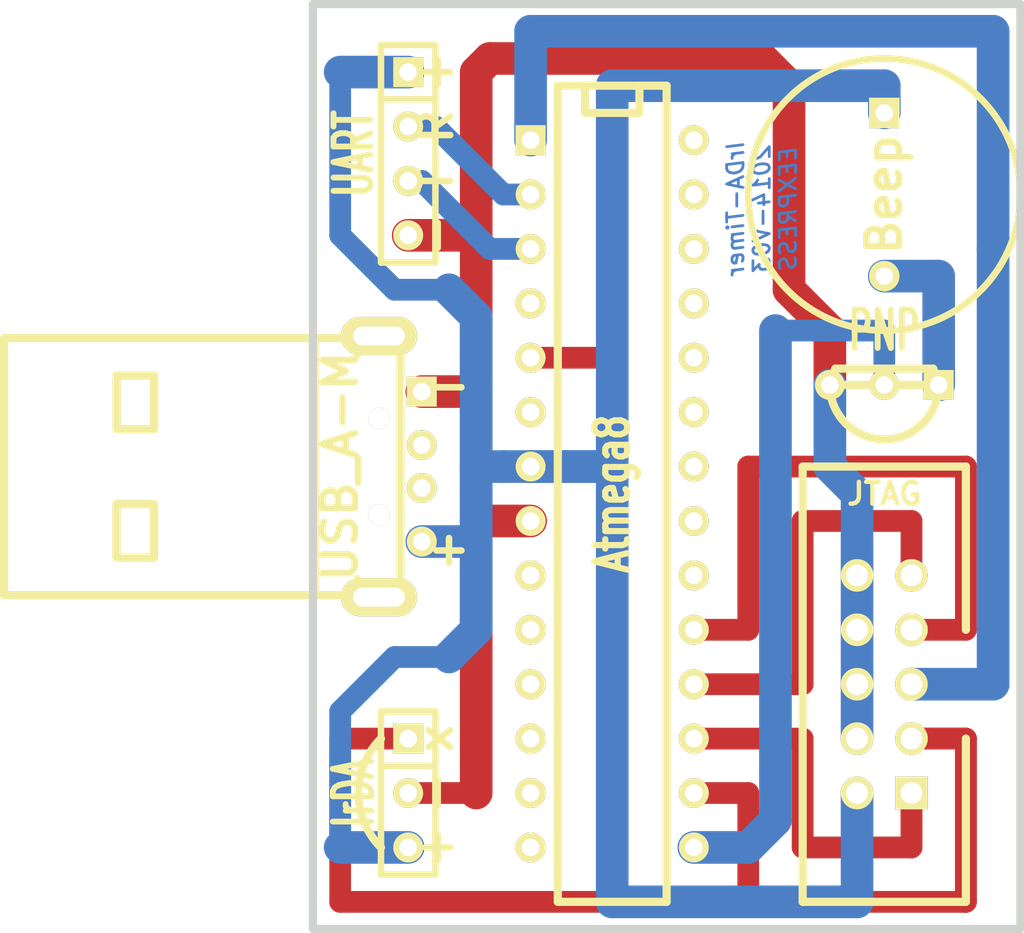
<source format=kicad_pcb>
(kicad_pcb (version 3) (host pcbnew "(2013-jul-07)-stable")

  (general
    (links 3)
    (no_connects 3)
    (area 54.985919 83.629499 103.282751 127.190501)
    (thickness 1.6002)
    (drawings 5)
    (tracks 94)
    (zones 0)
    (modules 7)
    (nets 7)
  )

  (page A4)
  (layers
    (15 Front signal)
    (0 Back signal)
    (20 B.SilkS user hide)
    (21 F.SilkS user)
    (22 B.Mask user)
    (23 F.Mask user)
    (28 Edge.Cuts user)
  )

  (setup
    (last_trace_width 0.2032)
    (user_trace_width 0.254)
    (user_trace_width 0.508)
    (user_trace_width 1.016)
    (user_trace_width 1.524)
    (user_trace_width 2.032)
    (trace_clearance 0.254)
    (zone_clearance 0.508)
    (zone_45_only no)
    (trace_min 0.2032)
    (segment_width 0.381)
    (edge_width 0.381)
    (via_size 0.889)
    (via_drill 0.635)
    (via_min_size 0.889)
    (via_min_drill 0.508)
    (uvia_size 0.508)
    (uvia_drill 0.127)
    (uvias_allowed no)
    (uvia_min_size 0.508)
    (uvia_min_drill 0.127)
    (pcb_text_width 0.3048)
    (pcb_text_size 1.524 2.032)
    (mod_edge_width 0.381)
    (mod_text_size 1.524 1.524)
    (mod_text_width 0.3048)
    (pad_size 1.397 1.397)
    (pad_drill 0.8128)
    (pad_to_mask_clearance 0.254)
    (aux_axis_origin 80.01 105.41)
    (visible_elements FFFEFF3F)
    (pcbplotparams
      (layerselection 284196865)
      (usegerberextensions true)
      (excludeedgelayer true)
      (linewidth 0.150000)
      (plotframeref false)
      (viasonmask false)
      (mode 1)
      (useauxorigin false)
      (hpglpennumber 1)
      (hpglpenspeed 20)
      (hpglpendiameter 15)
      (hpglpenoverlay 0)
      (psnegative false)
      (psa4output false)
      (plotreference true)
      (plotvalue true)
      (plotothertext true)
      (plotinvisibletext false)
      (padsonsilk false)
      (subtractmaskfromsilk false)
      (outputformat 1)
      (mirror false)
      (drillshape 0)
      (scaleselection 1)
      (outputdirectory gerber/))
  )

  (net 0 "")
  (net 1 /miso)
  (net 2 /mosi)
  (net 3 /sclk)
  (net 4 GND)
  (net 5 N-000020)
  (net 6 VCC)

  (net_class Default "This is the default net class."
    (clearance 0.254)
    (trace_width 0.2032)
    (via_dia 0.889)
    (via_drill 0.635)
    (uvia_dia 0.508)
    (uvia_drill 0.127)
    (add_net "")
    (add_net /miso)
    (add_net /mosi)
    (add_net /sclk)
    (add_net GND)
    (add_net N-000020)
    (add_net VCC)
  )

  (module Beep (layer Front) (tedit 53631CA1) (tstamp 51431502)
    (at 96.52 92.71 270)
    (path BUZ3-5)
    (fp_text reference Beep (at 0 0 270) (layer F.SilkS)
      (effects (font (size 1.524 1.524) (thickness 0.3048)))
    )
    (fp_text value "" (at 0 3.302 270) (layer F.SilkS)
      (effects (font (size 1.524 1.524) (thickness 0.3048)))
    )
    (fp_circle (center 0 0) (end -6.35 0) (layer F.SilkS) (width 0.3175))
    (pad 1 thru_hole rect (at -3.81 0 270) (size 1.4224 1.4224) (drill 0.8128)
      (layers *.Cu *.Mask F.SilkS)
    )
    (pad 2 thru_hole circle (at 3.81 0 270) (size 1.4224 1.4224) (drill 0.8128)
      (layers *.Cu *.Mask F.SilkS)
    )
    (model modules/packages3d/misc_comp/inductor_25mm.wrl
      (at (xyz 0 0 0))
      (scale (xyz 0.5 0.5 0.5))
      (rotate (xyz 0 0 0))
    )
  )

  (module USB_A-M (layer Front) (tedit 53631C90) (tstamp 53630B82)
    (at 74.93 105.41 180)
    (path USB_A-M)
    (fp_text reference USB_A-M (at 3.81 0 270) (layer F.SilkS)
      (effects (font (size 1.524 1.524) (thickness 0.3048)))
    )
    (fp_text value "" (at 7.62 -2.54 180) (layer F.SilkS)
      (effects (font (size 1.524 1.524) (thickness 0.3048)))
    )
    (fp_text user + (at -1.27 -3.81 180) (layer F.SilkS)
      (effects (font (size 1.524 1.524) (thickness 0.3048)))
    )
    (fp_text user - (at -1.27 3.81 180) (layer F.SilkS)
      (effects (font (size 1.524 1.524) (thickness 0.3048)))
    )
    (fp_line (start 1.00076 5.99948) (end 19.49958 5.99948) (layer F.SilkS) (width 0.381))
    (fp_line (start 19.49958 -5.99948) (end 1.00076 -5.99948) (layer F.SilkS) (width 0.381))
    (fp_line (start 2.99974 5.99948) (end 2.99974 5.25018) (layer F.SilkS) (width 0.381))
    (fp_line (start 2.99974 -5.99948) (end 2.99974 -5.25018) (layer F.SilkS) (width 0.381))
    (fp_line (start 12.50188 -1.75006) (end 14.25194 -1.75006) (layer F.SilkS) (width 0.381))
    (fp_line (start 12.50188 -4.24942) (end 12.50188 -1.75006) (layer F.SilkS) (width 0.381))
    (fp_line (start 14.25194 -4.24942) (end 12.50188 -4.24942) (layer F.SilkS) (width 0.381))
    (fp_line (start 14.25194 -1.75006) (end 14.25194 -4.24942) (layer F.SilkS) (width 0.381))
    (fp_line (start 14.25194 -1.75006) (end 14.25194 -4.24942) (layer F.SilkS) (width 0.381))
    (fp_line (start 14.25194 -4.24942) (end 12.50188 -4.24942) (layer F.SilkS) (width 0.381))
    (fp_line (start 12.50188 -4.24942) (end 12.50188 -1.75006) (layer F.SilkS) (width 0.381))
    (fp_line (start 12.50188 -1.75006) (end 14.25194 -1.75006) (layer F.SilkS) (width 0.381))
    (fp_line (start 12.50188 -1.75006) (end 14.25194 -1.75006) (layer F.SilkS) (width 0.381))
    (fp_line (start 12.50188 -4.24942) (end 12.50188 -1.75006) (layer F.SilkS) (width 0.381))
    (fp_line (start 14.25194 -4.24942) (end 12.50188 -4.24942) (layer F.SilkS) (width 0.381))
    (fp_line (start 14.25194 -1.75006) (end 14.25194 -4.24942) (layer F.SilkS) (width 0.381))
    (fp_line (start 14.25194 -1.75006) (end 14.25194 -4.24942) (layer F.SilkS) (width 0.381))
    (fp_line (start 14.25194 -4.24942) (end 12.50188 -4.24942) (layer F.SilkS) (width 0.381))
    (fp_line (start 12.50188 -4.24942) (end 12.50188 -1.75006) (layer F.SilkS) (width 0.381))
    (fp_line (start 12.50188 -1.75006) (end 14.25194 -1.75006) (layer F.SilkS) (width 0.381))
    (fp_line (start 12.49934 4.24942) (end 14.2494 4.24942) (layer F.SilkS) (width 0.381))
    (fp_line (start 12.49934 1.75006) (end 12.49934 4.24942) (layer F.SilkS) (width 0.381))
    (fp_line (start 14.2494 1.75006) (end 12.49934 1.75006) (layer F.SilkS) (width 0.381))
    (fp_line (start 14.2494 4.24942) (end 14.2494 1.75006) (layer F.SilkS) (width 0.381))
    (fp_line (start 14.2494 4.24942) (end 14.2494 1.75006) (layer F.SilkS) (width 0.381))
    (fp_line (start 14.2494 1.75006) (end 12.49934 1.75006) (layer F.SilkS) (width 0.381))
    (fp_line (start 12.49934 1.75006) (end 12.49934 4.24942) (layer F.SilkS) (width 0.381))
    (fp_line (start 12.49934 4.24942) (end 14.2494 4.24942) (layer F.SilkS) (width 0.381))
    (fp_line (start 12.49934 4.24942) (end 14.2494 4.24942) (layer F.SilkS) (width 0.381))
    (fp_line (start 12.49934 1.75006) (end 12.49934 4.24942) (layer F.SilkS) (width 0.381))
    (fp_line (start 14.2494 1.75006) (end 12.49934 1.75006) (layer F.SilkS) (width 0.381))
    (fp_line (start 14.2494 4.24942) (end 14.2494 1.75006) (layer F.SilkS) (width 0.381))
    (fp_line (start 14.2494 4.24942) (end 14.2494 1.75006) (layer F.SilkS) (width 0.381))
    (fp_line (start 14.2494 1.75006) (end 12.49934 1.75006) (layer F.SilkS) (width 0.381))
    (fp_line (start 12.49934 1.75006) (end 12.49934 4.24942) (layer F.SilkS) (width 0.381))
    (fp_line (start 12.49934 4.24942) (end 14.2494 4.24942) (layer F.SilkS) (width 0.381))
    (fp_line (start 4.99872 -5.99948) (end 4.99872 5.99948) (layer F.SilkS) (width 0.381))
    (fp_line (start 0.99822 5.99948) (end 0.99822 -5.99948) (layer F.SilkS) (width 0.381))
    (fp_line (start 19.49958 -5.99948) (end 19.49958 5.99948) (layer F.SilkS) (width 0.381))
    (pad 4 thru_hole circle (at 0 -3.50012 180) (size 1.397 1.397) (drill 0.8128)
      (layers *.Cu *.Mask F.SilkS)
    )
    (pad 3 thru_hole circle (at 0 -1.00076 180) (size 1.397 1.397) (drill 0.8128)
      (layers *.Cu *.Mask F.SilkS)
    )
    (pad 2 thru_hole circle (at 0 1.00076 180) (size 1.397 1.397) (drill 0.8128)
      (layers *.Cu *.Mask F.SilkS)
    )
    (pad 1 thru_hole rect (at 0 3.50012 180) (size 1.397 1.397) (drill 0.8128)
      (layers *.Cu *.Mask F.SilkS)
    )
    (pad 0 thru_hole oval (at 1.99898 -6.096 180) (size 3.556 1.778) (drill oval 2.413 0.889)
      (layers *.Cu *.Mask F.SilkS)
    )
    (pad 0 thru_hole oval (at 1.99898 6.096 180) (size 3.556 1.778) (drill oval 2.413 0.889)
      (layers *.Cu *.Mask F.SilkS)
    )
    (pad 0 thru_hole circle (at 1.99898 -2.25044 180) (size 1.00076 1.00076) (drill 1.00076)
      (layers *.Cu *.Mask F.SilkS)
    )
    (pad 0 thru_hole circle (at 1.99898 2.25044 180) (size 1.00076 1.00076) (drill 1.00076)
      (layers *.Cu *.Mask F.SilkS)
    )
    (model connectors/usb_a_through_hole.wrl
      (at (xyz 0 0 0))
      (scale (xyz 1 1 1))
      (rotate (xyz 0 0 0))
    )
  )

  (module IrDA (layer Front) (tedit 53630FDB) (tstamp 51431332)
    (at 74.295 120.65 270)
    (descr "Connecteur 3 pins")
    (tags "CONN DEV")
    (path SIL-3)
    (fp_text reference IrDA (at 0 2.54 270) (layer F.SilkS)
      (effects (font (size 1.7907 1.07696) (thickness 0.26924)))
    )
    (fp_text value "" (at 0 -2.54 270) (layer F.SilkS) hide
      (effects (font (size 1.524 1.016) (thickness 0.254)))
    )
    (fp_text user x (at -2.54 -1.27 270) (layer F.SilkS)
      (effects (font (size 1.524 1.524) (thickness 0.3048)))
    )
    (fp_text user - (at 0 -1.27 270) (layer F.SilkS)
      (effects (font (size 1.524 1.524) (thickness 0.3048)))
    )
    (fp_text user + (at 2.54 -1.27 270) (layer F.SilkS)
      (effects (font (size 1.524 1.524) (thickness 0.3048)))
    )
    (fp_arc (start 0 -1.27) (end 2.54 1.27) (angle 90) (layer F.SilkS) (width 0.381))
    (fp_line (start -3.81 1.27) (end -3.81 -1.27) (layer F.SilkS) (width 0.3048))
    (fp_line (start -3.81 -1.27) (end 3.81 -1.27) (layer F.SilkS) (width 0.3048))
    (fp_line (start 3.81 -1.27) (end 3.81 1.27) (layer F.SilkS) (width 0.3048))
    (fp_line (start 3.81 1.27) (end -3.81 1.27) (layer F.SilkS) (width 0.3048))
    (fp_line (start -1.27 -1.27) (end -1.27 1.27) (layer F.SilkS) (width 0.3048))
    (pad 1 thru_hole rect (at -2.54 0 270) (size 1.397 1.397) (drill 0.8128)
      (layers *.Cu *.Mask F.SilkS)
    )
    (pad 2 thru_hole circle (at 0 0 270) (size 1.397 1.397) (drill 0.8128)
      (layers *.Cu *.Mask F.SilkS)
    )
    (pad 3 thru_hole circle (at 2.54 0 270) (size 1.397 1.397) (drill 0.8128)
      (layers *.Cu *.Mask F.SilkS)
    )
    (model my3d/三极管.wrl
      (at (xyz 0 0 0))
      (scale (xyz 1 1 1))
      (rotate (xyz 0 0 0))
    )
  )

  (module SIL-4 (layer Front) (tedit 53630F61) (tstamp 536309CA)
    (at 74.295 90.805 270)
    (descr "Connecteur 4 pibs")
    (tags "CONN DEV")
    (path SIL-4)
    (fp_text reference UART (at 0 2.54 270) (layer F.SilkS)
      (effects (font (size 1.73482 1.08712) (thickness 0.27178)))
    )
    (fp_text value "" (at 0 -2.54 270) (layer F.SilkS) hide
      (effects (font (size 1.524 1.016) (thickness 0.254)))
    )
    (fp_text user T (at 1.27 -1.27 270) (layer F.SilkS)
      (effects (font (size 1.524 1.524) (thickness 0.3048)))
    )
    (fp_text user R (at -1.27 -1.27 270) (layer F.SilkS)
      (effects (font (size 1.524 1.524) (thickness 0.3048)))
    )
    (fp_text user - (at 3.81 -1.27 270) (layer F.SilkS)
      (effects (font (size 1.524 1.524) (thickness 0.3048)))
    )
    (fp_text user + (at -3.81 -1.27 270) (layer F.SilkS)
      (effects (font (size 1.524 1.524) (thickness 0.3048)))
    )
    (fp_line (start -5.08 -1.27) (end -5.08 -1.27) (layer F.SilkS) (width 0.3048))
    (fp_line (start -5.08 1.27) (end -5.08 -1.27) (layer F.SilkS) (width 0.3048))
    (fp_line (start -5.08 -1.27) (end -5.08 -1.27) (layer F.SilkS) (width 0.3048))
    (fp_line (start -5.08 -1.27) (end 5.08 -1.27) (layer F.SilkS) (width 0.3048))
    (fp_line (start 5.08 -1.27) (end 5.08 1.27) (layer F.SilkS) (width 0.3048))
    (fp_line (start 5.08 1.27) (end -5.08 1.27) (layer F.SilkS) (width 0.3048))
    (fp_line (start -2.54 1.27) (end -2.54 -1.27) (layer F.SilkS) (width 0.3048))
    (pad 1 thru_hole rect (at -3.81 0 270) (size 1.397 1.397) (drill 0.8128)
      (layers *.Cu *.Mask F.SilkS)
    )
    (pad 2 thru_hole circle (at -1.27 0 270) (size 1.397 1.397) (drill 0.8128)
      (layers *.Cu *.Mask F.SilkS)
    )
    (pad 3 thru_hole circle (at 1.27 0 270) (size 1.397 1.397) (drill 0.8128)
      (layers *.Cu *.Mask F.SilkS)
    )
    (pad 4 thru_hole circle (at 3.81 0 270) (size 1.397 1.397) (drill 0.8128)
      (layers *.Cu *.Mask F.SilkS)
    )
    (model my3d/插针4.wrl
      (at (xyz 0 0 0))
      (scale (xyz 1 1 1))
      (rotate (xyz 0 0 0))
    )
  )

  (module PNP (layer Front) (tedit 515501B1) (tstamp 514314BC)
    (at 96.52 101.6 180)
    (descr "Connecteur 3 pins")
    (tags "CONN DEV")
    (path SIL-3)
    (fp_text reference PNP (at 0 2.54 180) (layer F.SilkS)
      (effects (font (size 1.7907 1.07696) (thickness 0.26924)))
    )
    (fp_text value "" (at 0 -2.54 180) (layer F.SilkS) hide
      (effects (font (size 1.524 1.016) (thickness 0.254)))
    )
    (fp_line (start -2.54 0) (end -2.286 0.762) (layer F.SilkS) (width 0.381))
    (fp_line (start -2.286 0.762) (end 2.032 0.762) (layer F.SilkS) (width 0.381))
    (fp_line (start 2.032 0.762) (end 2.286 0.762) (layer F.SilkS) (width 0.381))
    (fp_line (start 2.286 0.762) (end 2.54 0) (layer F.SilkS) (width 0.381))
    (fp_line (start -2.54 0) (end 2.54 0) (layer F.SilkS) (width 0.381))
    (fp_line (start -2.54 0) (end 0 0) (layer F.SilkS) (width 0.381))
    (fp_arc (start 0 0) (end -2.54 0) (angle 90) (layer F.SilkS) (width 0.381))
    (fp_arc (start 0 0) (end 0 -2.54) (angle 90) (layer F.SilkS) (width 0.381))
    (pad 1 thru_hole rect (at -2.54 0 180) (size 1.397 1.397) (drill 0.8128)
      (layers *.Cu *.Mask F.SilkS)
    )
    (pad 2 thru_hole circle (at 0 0 180) (size 1.397 1.397) (drill 0.8128)
      (layers *.Cu *.Mask F.SilkS)
    )
    (pad 3 thru_hole circle (at 2.54 0 180) (size 1.397 1.397) (drill 0.8128)
      (layers *.Cu *.Mask F.SilkS)
    )
    (model my3d/三极管.wrl
      (at (xyz 0 0 0))
      (scale (xyz 1 1 1))
      (rotate (xyz 0 0 0))
    )
  )

  (module DIP-28__300 (layer Front) (tedit 51468CA8) (tstamp 5363098A)
    (at 83.82 106.68 270)
    (descr "28 pins DIL package, round pads, width 300mil")
    (tags DIL)
    (path DIP-28__300)
    (fp_text reference Atmega8 (at 0 0 270) (layer F.SilkS)
      (effects (font (size 1.524 1.143) (thickness 0.28702)))
    )
    (fp_text value "" (at 0 0 270) (layer F.SilkS)
      (effects (font (size 1.524 1.143) (thickness 0.28702)))
    )
    (fp_line (start -19.05 -2.54) (end 19.05 -2.54) (layer F.SilkS) (width 0.381))
    (fp_line (start 19.05 -2.54) (end 19.05 2.54) (layer F.SilkS) (width 0.381))
    (fp_line (start 19.05 2.54) (end -19.05 2.54) (layer F.SilkS) (width 0.381))
    (fp_line (start -19.05 2.54) (end -19.05 -2.54) (layer F.SilkS) (width 0.381))
    (fp_line (start -19.05 -1.27) (end -17.78 -1.27) (layer F.SilkS) (width 0.381))
    (fp_line (start -17.78 -1.27) (end -17.78 1.27) (layer F.SilkS) (width 0.381))
    (fp_line (start -17.78 1.27) (end -19.05 1.27) (layer F.SilkS) (width 0.381))
    (pad 2 thru_hole circle (at -13.97 3.81 270) (size 1.397 1.397) (drill 0.8128)
      (layers *.Cu *.Mask F.SilkS)
    )
    (pad 3 thru_hole circle (at -11.43 3.81 270) (size 1.397 1.397) (drill 0.8128)
      (layers *.Cu *.Mask F.SilkS)
    )
    (pad 4 thru_hole circle (at -8.89 3.81 270) (size 1.397 1.397) (drill 0.8128)
      (layers *.Cu *.Mask F.SilkS)
    )
    (pad 5 thru_hole circle (at -6.35 3.81 270) (size 1.397 1.397) (drill 0.8128)
      (layers *.Cu *.Mask F.SilkS)
    )
    (pad 6 thru_hole circle (at -3.81 3.81 270) (size 1.397 1.397) (drill 0.8128)
      (layers *.Cu *.Mask F.SilkS)
    )
    (pad 7 thru_hole circle (at -1.27 3.81 270) (size 1.397 1.397) (drill 0.8128)
      (layers *.Cu *.Mask F.SilkS)
    )
    (pad 8 thru_hole circle (at 1.27 3.81 270) (size 1.397 1.397) (drill 0.8128)
      (layers *.Cu *.Mask F.SilkS)
    )
    (pad 9 thru_hole circle (at 3.81 3.81 270) (size 1.397 1.397) (drill 0.8128)
      (layers *.Cu *.Mask F.SilkS)
    )
    (pad 10 thru_hole circle (at 6.35 3.81 270) (size 1.397 1.397) (drill 0.8128)
      (layers *.Cu *.Mask F.SilkS)
    )
    (pad 11 thru_hole circle (at 8.89 3.81 270) (size 1.397 1.397) (drill 0.8128)
      (layers *.Cu *.Mask F.SilkS)
    )
    (pad 12 thru_hole circle (at 11.43 3.81 270) (size 1.397 1.397) (drill 0.8128)
      (layers *.Cu *.Mask F.SilkS)
    )
    (pad 13 thru_hole circle (at 13.97 3.81 270) (size 1.397 1.397) (drill 0.8128)
      (layers *.Cu *.Mask F.SilkS)
    )
    (pad 14 thru_hole circle (at 16.51 3.81 270) (size 1.397 1.397) (drill 0.8128)
      (layers *.Cu *.Mask F.SilkS)
    )
    (pad 1 thru_hole rect (at -16.51 3.81 270) (size 1.397 1.397) (drill 0.8128)
      (layers *.Cu *.Mask F.SilkS)
    )
    (pad 15 thru_hole circle (at 16.51 -3.81 270) (size 1.397 1.397) (drill 0.8128)
      (layers *.Cu *.Mask F.SilkS)
    )
    (pad 16 thru_hole circle (at 13.97 -3.81 270) (size 1.397 1.397) (drill 0.8128)
      (layers *.Cu *.Mask F.SilkS)
    )
    (pad 17 thru_hole circle (at 11.43 -3.81 270) (size 1.397 1.397) (drill 0.8128)
      (layers *.Cu *.Mask F.SilkS)
    )
    (pad 18 thru_hole circle (at 8.89 -3.81 270) (size 1.397 1.397) (drill 0.8128)
      (layers *.Cu *.Mask F.SilkS)
    )
    (pad 19 thru_hole circle (at 6.35 -3.81 270) (size 1.397 1.397) (drill 0.8128)
      (layers *.Cu *.Mask F.SilkS)
    )
    (pad 20 thru_hole circle (at 3.81 -3.81 270) (size 1.397 1.397) (drill 0.8128)
      (layers *.Cu *.Mask F.SilkS)
    )
    (pad 21 thru_hole circle (at 1.27 -3.81 270) (size 1.397 1.397) (drill 0.8128)
      (layers *.Cu *.Mask F.SilkS)
    )
    (pad 22 thru_hole circle (at -1.27 -3.81 270) (size 1.397 1.397) (drill 0.8128)
      (layers *.Cu *.Mask F.SilkS)
    )
    (pad 23 thru_hole circle (at -3.81 -3.81 270) (size 1.397 1.397) (drill 0.8128)
      (layers *.Cu *.Mask F.SilkS)
    )
    (pad 24 thru_hole circle (at -6.35 -3.81 270) (size 1.397 1.397) (drill 0.8128)
      (layers *.Cu *.Mask F.SilkS)
    )
    (pad 25 thru_hole circle (at -8.89 -3.81 270) (size 1.397 1.397) (drill 0.8128)
      (layers *.Cu *.Mask F.SilkS)
    )
    (pad 26 thru_hole circle (at -11.43 -3.81 270) (size 1.397 1.397) (drill 0.8128)
      (layers *.Cu *.Mask F.SilkS)
    )
    (pad 27 thru_hole circle (at -13.97 -3.81 270) (size 1.397 1.397) (drill 0.8128)
      (layers *.Cu *.Mask F.SilkS)
    )
    (pad 28 thru_hole circle (at -16.51 -3.81 270) (size 1.397 1.397) (drill 0.8128)
      (layers *.Cu *.Mask F.SilkS)
    )
    (model dil/dil_28-w300.wrl
      (at (xyz 0 0 0))
      (scale (xyz 1 1 1))
      (rotate (xyz 0 0 0))
    )
  )

  (module IDC10 (layer Front) (tedit 514318C4) (tstamp 5143180E)
    (at 96.52 115.57 90)
    (descr "Double rangee de contacts 2 x 5 pins")
    (tags CONN)
    (path /504B3C00)
    (fp_text reference JTAG (at 8.89 0 180) (layer F.SilkS)
      (effects (font (size 1.016 1.016) (thickness 0.2032)))
    )
    (fp_text value IDC10 (at -8.89 0 180) (layer F.SilkS) hide
      (effects (font (size 1.016 1.016) (thickness 0.2032)))
    )
    (fp_line (start -10.16 3.81) (end -10.16 -3.81) (layer F.SilkS) (width 0.381))
    (fp_line (start -10.16 -3.81) (end 10.16 -3.81) (layer F.SilkS) (width 0.381))
    (fp_line (start 10.16 -3.81) (end 10.16 3.81) (layer F.SilkS) (width 0.381))
    (fp_line (start 10.16 3.81) (end 2.54 3.81) (layer F.SilkS) (width 0.381))
    (fp_line (start -2.54 3.81) (end -10.16 3.81) (layer F.SilkS) (width 0.381))
    (pad 1 thru_hole rect (at -5.08 1.27 90) (size 1.524 1.524) (drill 1.016)
      (layers *.Cu *.Mask F.SilkS)
      (net 2 /mosi)
    )
    (pad 2 thru_hole circle (at -5.08 -1.27 90) (size 1.524 1.524) (drill 1.016)
      (layers *.Cu *.Mask F.SilkS)
      (net 6 VCC)
    )
    (pad 3 thru_hole circle (at -2.54 1.27 90) (size 1.524 1.524) (drill 1.016)
      (layers *.Cu *.Mask F.SilkS)
    )
    (pad 4 thru_hole circle (at -2.54 -1.27 90) (size 1.524 1.524) (drill 1.016)
      (layers *.Cu *.Mask F.SilkS)
      (net 4 GND)
    )
    (pad 5 thru_hole circle (at 0 1.27 90) (size 1.524 1.524) (drill 1.016)
      (layers *.Cu *.Mask F.SilkS)
      (net 5 N-000020)
    )
    (pad 6 thru_hole circle (at 0 -1.27 90) (size 1.524 1.524) (drill 1.016)
      (layers *.Cu *.Mask F.SilkS)
      (net 4 GND)
    )
    (pad 7 thru_hole circle (at 2.54 1.27 90) (size 1.524 1.524) (drill 1.016)
      (layers *.Cu *.Mask F.SilkS)
      (net 3 /sclk)
    )
    (pad 8 thru_hole circle (at 2.54 -1.27 90) (size 1.524 1.524) (drill 1.016)
      (layers *.Cu *.Mask F.SilkS)
      (net 4 GND)
    )
    (pad 9 thru_hole circle (at 5.08 1.27 90) (size 1.524 1.524) (drill 1.016)
      (layers *.Cu *.Mask F.SilkS)
      (net 1 /miso)
    )
    (pad 10 thru_hole circle (at 5.08 -1.27 90) (size 1.524 1.524) (drill 1.016)
      (layers *.Cu *.Mask F.SilkS)
      (net 4 GND)
    )
    (model my3d/插座IDC10.wrl
      (at (xyz 0 0 0))
      (scale (xyz 1 1 1))
      (rotate (xyz 0 0 0))
    )
  )

  (gr_text "IrDA-Timer\n2014-V03\nEEXPRESS" (at 90.805 93.345 90) (layer Back)
    (effects (font (size 0.762 0.762) (thickness 0.127) italic) (justify mirror))
  )
  (gr_line (start 102.87 127) (end 102.87 83.82) (angle 90) (layer Edge.Cuts) (width 0.381))
  (gr_line (start 69.85 83.82) (end 102.87 83.82) (angle 90) (layer Edge.Cuts) (width 0.381))
  (gr_line (start 69.85 127) (end 102.87 127) (angle 90) (layer Edge.Cuts) (width 0.381))
  (gr_line (start 69.85 83.82) (end 69.85 127) (angle 90) (layer Edge.Cuts) (width 0.381))

  (segment (start 74.295 118.11) (end 71.12 118.11) (width 1.016) (layer Front) (net 0))
  (segment (start 83.82 100.33) (end 80.01 100.33) (width 1.016) (layer Front) (net 0) (tstamp 5365BC88))
  (segment (start 83.82 125.73) (end 83.82 100.33) (width 1.016) (layer Front) (net 0) (tstamp 5365BC83))
  (segment (start 71.12 125.73) (end 83.82 125.73) (width 1.016) (layer Front) (net 0) (tstamp 5365BC7E))
  (segment (start 71.12 118.11) (end 71.12 125.73) (width 1.016) (layer Front) (net 0) (tstamp 5365BC79))
  (segment (start 77.47 107.95) (end 77.47 120.65) (width 1.524) (layer Front) (net 0))
  (segment (start 77.47 120.65) (end 74.295 120.65) (width 1.016) (layer Front) (net 0) (tstamp 5365BBC8))
  (segment (start 74.93 101.90988) (end 77.47 101.90988) (width 1.524) (layer Front) (net 0))
  (segment (start 77.47 101.90988) (end 77.47 101.6) (width 1.524) (layer Front) (net 0) (tstamp 5365BBB5))
  (segment (start 74.295 94.615) (end 77.47 94.615) (width 1.524) (layer Front) (net 0))
  (segment (start 80.01 95.25) (end 78.105 95.25) (width 1.016) (layer Back) (net 0))
  (segment (start 74.93 92.075) (end 74.295 92.075) (width 1.016) (layer Back) (net 0) (tstamp 5365BB70))
  (segment (start 78.105 95.25) (end 74.93 92.075) (width 1.016) (layer Back) (net 0) (tstamp 5365BB6D))
  (segment (start 80.01 92.71) (end 78.74 92.71) (width 1.016) (layer Back) (net 0))
  (segment (start 75.565 89.535) (end 74.295 89.535) (width 1.016) (layer Back) (net 0) (tstamp 5365BB67))
  (segment (start 78.74 92.71) (end 75.565 89.535) (width 1.016) (layer Back) (net 0) (tstamp 5365BB63))
  (segment (start 99.06 101.6) (end 99.06 96.52) (width 1.524) (layer Back) (net 0))
  (segment (start 99.06 96.52) (end 96.52 96.52) (width 1.524) (layer Back) (net 0) (tstamp 5363176F))
  (segment (start 93.98 99.06) (end 93.98 101.6) (width 1.524) (layer Front) (net 0) (tstamp 5363143C))
  (segment (start 92.075 97.155) (end 93.98 99.06) (width 1.524) (layer Front) (net 0) (tstamp 53631437))
  (segment (start 92.075 87.63) (end 92.075 97.155) (width 1.524) (layer Front) (net 0) (tstamp 53631434))
  (segment (start 90.805 86.36) (end 92.075 87.63) (width 1.524) (layer Front) (net 0) (tstamp 5363142B))
  (segment (start 78.105 86.36) (end 90.805 86.36) (width 1.524) (layer Front) (net 0) (tstamp 53631425))
  (segment (start 77.47 86.995) (end 78.105 86.36) (width 1.524) (layer Front) (net 0) (tstamp 53631421))
  (segment (start 77.47 97.79) (end 77.47 94.615) (width 1.524) (layer Front) (net 0))
  (segment (start 77.47 94.615) (end 77.47 86.995) (width 1.524) (layer Front) (net 0) (tstamp 5365BB8F))
  (segment (start 96.52 101.6) (end 96.52 99.06) (width 1.016) (layer Back) (net 0))
  (segment (start 90.17 123.19) (end 87.63 123.19) (width 1.524) (layer Back) (net 0))
  (segment (start 91.44 121.92) (end 90.17 123.19) (width 1.524) (layer Back) (net 0))
  (segment (start 91.44 99.06) (end 91.44 121.92) (width 1.524) (layer Back) (net 0))
  (segment (start 96.52 99.06) (end 95.25 99.06) (width 1.016) (layer Back) (net 0))
  (segment (start 95.25 99.06) (end 93.98 99.06) (width 1.016) (layer Back) (net 0) (tstamp 5363180B))
  (segment (start 93.98 99.06) (end 91.44 99.06) (width 1.016) (layer Back) (net 0) (tstamp 53631808))
  (segment (start 87.63 120.65) (end 90.17 120.65) (width 1.016) (layer Front) (net 0))
  (segment (start 90.17 125.73) (end 100.33 125.73) (width 1.016) (layer Front) (net 0))
  (segment (start 90.17 120.65) (end 90.17 125.73) (width 1.016) (layer Front) (net 0))
  (segment (start 100.33 125.73) (end 100.33 118.11) (width 1.016) (layer Front) (net 0))
  (segment (start 100.33 118.11) (end 97.79 118.11) (width 1.016) (layer Front) (net 0))
  (segment (start 100.33 118.11) (end 97.79 118.11) (width 1.016) (layer Front) (net 0))
  (segment (start 100.33 125.73) (end 100.33 118.11) (width 1.016) (layer Front) (net 0))
  (segment (start 77.47 107.95) (end 80.01 107.95) (width 1.524) (layer Front) (net 0))
  (segment (start 77.47 102.87) (end 77.47 105.41) (width 1.524) (layer Front) (net 0))
  (segment (start 77.47 101.6) (end 77.47 102.87) (width 1.524) (layer Front) (net 0) (tstamp 5365BBBE))
  (segment (start 77.47 106.68) (end 77.47 107.95) (width 1.524) (layer Front) (net 0))
  (segment (start 77.47 105.41) (end 77.47 106.68) (width 1.524) (layer Front) (net 0))
  (segment (start 77.47 97.79) (end 77.47 100.33) (width 1.524) (layer Front) (net 0) (tstamp 53630CE1))
  (segment (start 77.47 100.33) (end 77.47 101.6) (width 1.524) (layer Front) (net 0))
  (segment (start 87.63 115.57) (end 92.71 115.57) (width 1.016) (layer Front) (net 1))
  (segment (start 97.79 107.95) (end 97.79 110.49) (width 1.016) (layer Front) (net 1))
  (segment (start 92.71 107.95) (end 97.79 107.95) (width 1.016) (layer Front) (net 1))
  (segment (start 92.71 115.57) (end 92.71 107.95) (width 1.016) (layer Front) (net 1))
  (segment (start 87.63 118.11) (end 92.71 118.11) (width 1.016) (layer Front) (net 2))
  (segment (start 92.71 123.19) (end 97.79 123.19) (width 1.016) (layer Front) (net 2))
  (segment (start 92.71 118.11) (end 92.71 123.19) (width 1.016) (layer Front) (net 2))
  (segment (start 97.79 123.19) (end 97.79 120.65) (width 1.016) (layer Front) (net 2))
  (segment (start 97.79 123.19) (end 97.79 120.65) (width 1.016) (layer Front) (net 2))
  (segment (start 87.63 113.03) (end 90.17 113.03) (width 1.016) (layer Front) (net 3))
  (segment (start 100.33 113.03) (end 97.79 113.03) (width 1.016) (layer Front) (net 3))
  (segment (start 100.33 105.41) (end 100.33 113.03) (width 1.016) (layer Front) (net 3))
  (segment (start 90.17 105.41) (end 100.33 105.41) (width 1.016) (layer Front) (net 3))
  (segment (start 90.17 113.03) (end 90.17 105.41) (width 1.016) (layer Front) (net 3))
  (segment (start 95.25 118.11) (end 95.25 106.68) (width 1.524) (layer Back) (net 4))
  (segment (start 95.25 106.68) (end 93.98 105.41) (width 1.524) (layer Back) (net 4) (tstamp 536312B9))
  (segment (start 93.98 105.41) (end 93.98 101.6) (width 1.524) (layer Back) (net 4) (tstamp 536312BA))
  (segment (start 101.6 95.25) (end 101.6 85.09) (width 1.524) (layer Back) (net 5))
  (segment (start 80.01 85.09) (end 80.01 90.17) (width 1.524) (layer Back) (net 5))
  (segment (start 101.6 85.09) (end 80.01 85.09) (width 1.524) (layer Back) (net 5))
  (segment (start 97.79 115.57) (end 101.6 115.57) (width 1.524) (layer Back) (net 5))
  (segment (start 101.6 115.57) (end 101.6 95.25) (width 1.524) (layer Back) (net 5))
  (segment (start 71.12 86.995) (end 74.295 86.995) (width 1.524) (layer Back) (net 6) (tstamp 5365BC24))
  (segment (start 71.12 94.615) (end 71.12 86.995) (width 1.016) (layer Back) (net 6) (tstamp 5365E6FC))
  (segment (start 76.2 97.155) (end 73.66 97.155) (width 1.016) (layer Back) (net 6) (tstamp 5365BC16))
  (segment (start 77.47 98.425) (end 76.2 97.155) (width 1.524) (layer Back) (net 6) (tstamp 5365BC06))
  (segment (start 77.47 105.41) (end 77.47 98.425) (width 1.524) (layer Back) (net 6) (tstamp 5365E662))
  (segment (start 73.66 97.155) (end 71.12 94.615) (width 1.016) (layer Back) (net 6))
  (segment (start 74.93 108.91012) (end 77.47 108.91012) (width 1.524) (layer Back) (net 6))
  (segment (start 77.47 108.91012) (end 77.47 108.585) (width 1.524) (layer Back) (net 6) (tstamp 5365E664))
  (segment (start 80.01 105.41) (end 78.74 105.41) (width 1.524) (layer Back) (net 6))
  (segment (start 78.74 105.41) (end 77.47 105.41) (width 1.524) (layer Back) (net 6) (tstamp 5365E71A))
  (segment (start 73.66 114.3) (end 71.12 116.84) (width 1.016) (layer Back) (net 6))
  (segment (start 74.295 123.19) (end 71.12 123.19) (width 1.524) (layer Back) (net 6))
  (segment (start 71.12 123.19) (end 71.12 116.84) (width 1.016) (layer Back) (net 6) (tstamp 5365BBEF))
  (segment (start 73.66 114.3) (end 76.2 114.3) (width 1.016) (layer Back) (net 6) (tstamp 5365E704))
  (segment (start 76.2 114.3) (end 77.47 113.03) (width 1.524) (layer Back) (net 6) (tstamp 5365BBF8))
  (segment (start 77.47 113.03) (end 77.47 108.585) (width 1.524) (layer Back) (net 6) (tstamp 5365BC01))
  (segment (start 77.47 108.585) (end 77.47 105.41) (width 1.524) (layer Back) (net 6) (tstamp 5365E668))
  (segment (start 83.82 87.63) (end 96.52 87.63) (width 1.524) (layer Back) (net 6))
  (segment (start 96.52 87.63) (end 96.52 88.9) (width 1.524) (layer Back) (net 6) (tstamp 536312A4))
  (segment (start 83.82 87.63) (end 83.82 105.41) (width 1.524) (layer Back) (net 6))
  (segment (start 80.01 105.41) (end 83.82 105.41) (width 1.524) (layer Back) (net 6))
  (segment (start 83.82 125.73) (end 83.82 105.41) (width 1.524) (layer Back) (net 6))
  (segment (start 83.82 105.41) (end 80.01 105.41) (width 1.524) (layer Back) (net 6))
  (segment (start 95.25 125.73) (end 83.82 125.73) (width 1.524) (layer Back) (net 6))
  (segment (start 95.25 120.65) (end 95.25 125.73) (width 1.524) (layer Back) (net 6))

)

</source>
